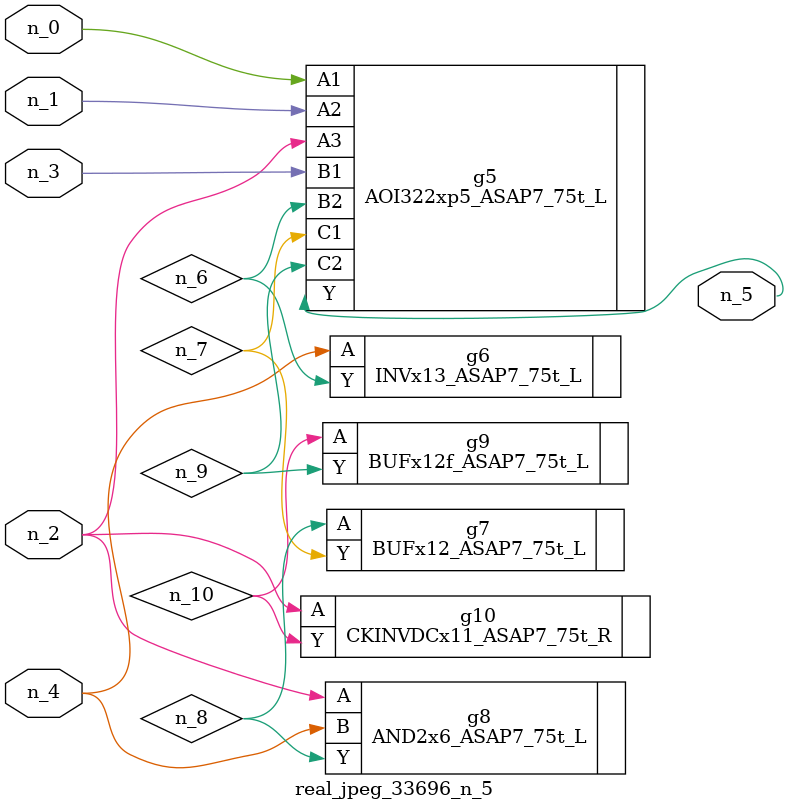
<source format=v>
module real_jpeg_33696_n_5 (n_4, n_0, n_1, n_2, n_3, n_5);

input n_4;
input n_0;
input n_1;
input n_2;
input n_3;

output n_5;

wire n_8;
wire n_6;
wire n_7;
wire n_10;
wire n_9;

AOI322xp5_ASAP7_75t_L g5 ( 
.A1(n_0),
.A2(n_1),
.A3(n_2),
.B1(n_3),
.B2(n_6),
.C1(n_7),
.C2(n_9),
.Y(n_5)
);

AND2x6_ASAP7_75t_L g8 ( 
.A(n_2),
.B(n_4),
.Y(n_8)
);

CKINVDCx11_ASAP7_75t_R g10 ( 
.A(n_2),
.Y(n_10)
);

INVx13_ASAP7_75t_L g6 ( 
.A(n_4),
.Y(n_6)
);

BUFx12_ASAP7_75t_L g7 ( 
.A(n_8),
.Y(n_7)
);

BUFx12f_ASAP7_75t_L g9 ( 
.A(n_10),
.Y(n_9)
);


endmodule
</source>
